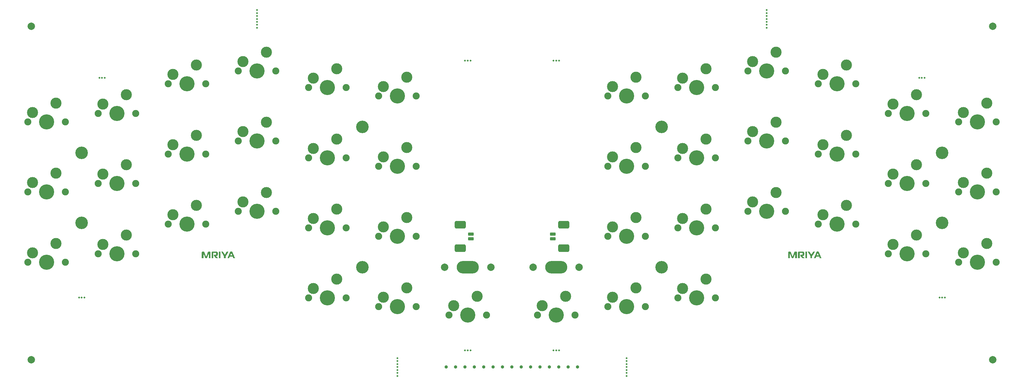
<source format=gbr>
%TF.GenerationSoftware,KiCad,Pcbnew,9.0.7*%
%TF.CreationDate,2026-02-08T19:38:27+03:00*%
%TF.ProjectId,mriya-pcb-1.1.3,6d726979-612d-4706-9362-2d312e312e33,1.1.3*%
%TF.SameCoordinates,Original*%
%TF.FileFunction,Soldermask,Top*%
%TF.FilePolarity,Negative*%
%FSLAX46Y46*%
G04 Gerber Fmt 4.6, Leading zero omitted, Abs format (unit mm)*
G04 Created by KiCad (PCBNEW 9.0.7) date 2026-02-08 19:38:27*
%MOMM*%
%LPD*%
G01*
G04 APERTURE LIST*
G04 Aperture macros list*
%AMRoundRect*
0 Rectangle with rounded corners*
0 $1 Rounding radius*
0 $2 $3 $4 $5 $6 $7 $8 $9 X,Y pos of 4 corners*
0 Add a 4 corners polygon primitive as box body*
4,1,4,$2,$3,$4,$5,$6,$7,$8,$9,$2,$3,0*
0 Add four circle primitives for the rounded corners*
1,1,$1+$1,$2,$3*
1,1,$1+$1,$4,$5*
1,1,$1+$1,$6,$7*
1,1,$1+$1,$8,$9*
0 Add four rect primitives between the rounded corners*
20,1,$1+$1,$2,$3,$4,$5,0*
20,1,$1+$1,$4,$5,$6,$7,0*
20,1,$1+$1,$6,$7,$8,$9,0*
20,1,$1+$1,$8,$9,$2,$3,0*%
G04 Aperture macros list end*
%ADD10C,0.000000*%
%ADD11C,0.500000*%
%ADD12C,3.400000*%
%ADD13C,1.900000*%
%ADD14C,3.000000*%
%ADD15C,4.100000*%
%ADD16C,2.000000*%
%ADD17RoundRect,0.420000X-1.080000X0.630000X-1.080000X-0.630000X1.080000X-0.630000X1.080000X0.630000X0*%
%ADD18RoundRect,0.200000X-0.600000X0.200000X-0.600000X-0.200000X0.600000X-0.200000X0.600000X0.200000X0*%
%ADD19O,6.000000X3.400000*%
%ADD20RoundRect,0.420000X1.080000X-0.630000X1.080000X0.630000X-1.080000X0.630000X-1.080000X-0.630000X0*%
%ADD21RoundRect,0.200000X0.600000X-0.200000X0.600000X0.200000X-0.600000X0.200000X-0.600000X-0.200000X0*%
%ADD22C,0.900000*%
G04 APERTURE END LIST*
D10*
%TO.C,MRIYA_Logo_F.Mask*%
G36*
X255899019Y-95300000D02*
G01*
X255899019Y-96194640D01*
X255669525Y-96194640D01*
X255440030Y-96194640D01*
X255440030Y-95300000D01*
X255440030Y-94405360D01*
X255669525Y-94405360D01*
X255899019Y-94405360D01*
X255899019Y-95300000D01*
G37*
G36*
X258023769Y-94453982D02*
G01*
X258015204Y-94467889D01*
X257999229Y-94494051D01*
X257976485Y-94531411D01*
X257947612Y-94578911D01*
X257913254Y-94635494D01*
X257874051Y-94700102D01*
X257830646Y-94771678D01*
X257783680Y-94849164D01*
X257733795Y-94931502D01*
X257681633Y-95017636D01*
X257638564Y-95088781D01*
X257283767Y-95674958D01*
X257283767Y-95934799D01*
X257283767Y-96194640D01*
X257054272Y-96194640D01*
X256824777Y-96194640D01*
X256824777Y-95934748D01*
X256824777Y-95674856D01*
X256443583Y-95043594D01*
X256388943Y-94953073D01*
X256336647Y-94866361D01*
X256287246Y-94784380D01*
X256241296Y-94708053D01*
X256199350Y-94638301D01*
X256161961Y-94576047D01*
X256129684Y-94522212D01*
X256103072Y-94477721D01*
X256082679Y-94443493D01*
X256069059Y-94420453D01*
X256062765Y-94409521D01*
X256062389Y-94408737D01*
X256069859Y-94407921D01*
X256091035Y-94407297D01*
X256124064Y-94406877D01*
X256167095Y-94406672D01*
X256218275Y-94406694D01*
X256275752Y-94406955D01*
X256308332Y-94407196D01*
X256554275Y-94409250D01*
X256803133Y-94831249D01*
X256846760Y-94905033D01*
X256888126Y-94974610D01*
X256926548Y-95038858D01*
X256961346Y-95096655D01*
X256991837Y-95146880D01*
X257017340Y-95188413D01*
X257037174Y-95220132D01*
X257050657Y-95240915D01*
X257057108Y-95249642D01*
X257057517Y-95249832D01*
X257062338Y-95242704D01*
X257074360Y-95223310D01*
X257092897Y-95192795D01*
X257117264Y-95152307D01*
X257146775Y-95102991D01*
X257180745Y-95045993D01*
X257218489Y-94982460D01*
X257259320Y-94913537D01*
X257302553Y-94840370D01*
X257311097Y-94825888D01*
X257559150Y-94405360D01*
X257806663Y-94405360D01*
X258054176Y-94405360D01*
X258023769Y-94453982D01*
G37*
G36*
X258829547Y-94384247D02*
G01*
X258894219Y-94391866D01*
X258951043Y-94405762D01*
X258951411Y-94405885D01*
X259007698Y-94432617D01*
X259057329Y-94472149D01*
X259097753Y-94522272D01*
X259109853Y-94543036D01*
X259114886Y-94554005D01*
X259125461Y-94578191D01*
X259141100Y-94614465D01*
X259161326Y-94661695D01*
X259185664Y-94718753D01*
X259213635Y-94784506D01*
X259244763Y-94857826D01*
X259278571Y-94937582D01*
X259314584Y-95022643D01*
X259352323Y-95111879D01*
X259391312Y-95204159D01*
X259431074Y-95298354D01*
X259471133Y-95393333D01*
X259511012Y-95487966D01*
X259550234Y-95581122D01*
X259588322Y-95671671D01*
X259624800Y-95758482D01*
X259659190Y-95840426D01*
X259691016Y-95916372D01*
X259719802Y-95985189D01*
X259745070Y-96045748D01*
X259766343Y-96096918D01*
X259783146Y-96137568D01*
X259795001Y-96166568D01*
X259800949Y-96181523D01*
X259801518Y-96185242D01*
X259799014Y-96188174D01*
X259791882Y-96190391D01*
X259778566Y-96191969D01*
X259757514Y-96192979D01*
X259727169Y-96193497D01*
X259685977Y-96193595D01*
X259632384Y-96193347D01*
X259564834Y-96192826D01*
X259562569Y-96192807D01*
X259319069Y-96190750D01*
X259238285Y-95986539D01*
X259157500Y-95782328D01*
X258781322Y-95782328D01*
X258405144Y-95782328D01*
X258324495Y-95986539D01*
X258243846Y-96190750D01*
X258004970Y-96192808D01*
X257932204Y-96193259D01*
X257874007Y-96193209D01*
X257829398Y-96192631D01*
X257797395Y-96191497D01*
X257777016Y-96189778D01*
X257767279Y-96187448D01*
X257766094Y-96186032D01*
X257769030Y-96177771D01*
X257777530Y-96156272D01*
X257791131Y-96122643D01*
X257809372Y-96077992D01*
X257831791Y-96023426D01*
X257857926Y-95960053D01*
X257887314Y-95888980D01*
X257919494Y-95811314D01*
X257954004Y-95728163D01*
X257990382Y-95640635D01*
X258028165Y-95549837D01*
X258066892Y-95456876D01*
X258078960Y-95427939D01*
X258520704Y-95427939D01*
X258528184Y-95428962D01*
X258549425Y-95429899D01*
X258582629Y-95430719D01*
X258626000Y-95431393D01*
X258677739Y-95431892D01*
X258736048Y-95432184D01*
X258781841Y-95432251D01*
X258852379Y-95432233D01*
X258908879Y-95432115D01*
X258952860Y-95431803D01*
X258985842Y-95431201D01*
X259009345Y-95430215D01*
X259024890Y-95428751D01*
X259033997Y-95426713D01*
X259038185Y-95424007D01*
X259038975Y-95420539D01*
X259037912Y-95416290D01*
X259033113Y-95403194D01*
X259023312Y-95378027D01*
X259009289Y-95342698D01*
X258991822Y-95299118D01*
X258971690Y-95249196D01*
X258949673Y-95194842D01*
X258926549Y-95137965D01*
X258903096Y-95080475D01*
X258880095Y-95024282D01*
X258858323Y-94971296D01*
X258838559Y-94923425D01*
X258821583Y-94882581D01*
X258808173Y-94850672D01*
X258799109Y-94829608D01*
X258795347Y-94821562D01*
X258786038Y-94806003D01*
X258771269Y-94821562D01*
X258766203Y-94830881D01*
X258756125Y-94852740D01*
X258741808Y-94885267D01*
X258724026Y-94926590D01*
X258703554Y-94974834D01*
X258681164Y-95028129D01*
X258657630Y-95084600D01*
X258633727Y-95142376D01*
X258610228Y-95199584D01*
X258587907Y-95254351D01*
X258567538Y-95304805D01*
X258549895Y-95349072D01*
X258535751Y-95385280D01*
X258525880Y-95411557D01*
X258521057Y-95426030D01*
X258520704Y-95427939D01*
X258078960Y-95427939D01*
X258106101Y-95362860D01*
X258145330Y-95268896D01*
X258184116Y-95176092D01*
X258221999Y-95085556D01*
X258258514Y-94998394D01*
X258293202Y-94915714D01*
X258325600Y-94838624D01*
X258355245Y-94768232D01*
X258381676Y-94705644D01*
X258404430Y-94651968D01*
X258423047Y-94608311D01*
X258437063Y-94575782D01*
X258446017Y-94555487D01*
X258448625Y-94549923D01*
X258472336Y-94511860D01*
X258503528Y-94474608D01*
X258538154Y-94442291D01*
X258572166Y-94419033D01*
X258581581Y-94414466D01*
X258633043Y-94398013D01*
X258694498Y-94387424D01*
X258761487Y-94382800D01*
X258829547Y-94384247D01*
G37*
G36*
X253997891Y-94406289D02*
G01*
X254083073Y-94406595D01*
X254181923Y-94407022D01*
X254254200Y-94407353D01*
X254365431Y-94407862D01*
X254462263Y-94408346D01*
X254545860Y-94408884D01*
X254617381Y-94409555D01*
X254677987Y-94410438D01*
X254728840Y-94411615D01*
X254771102Y-94413163D01*
X254805932Y-94415162D01*
X254834492Y-94417692D01*
X254857943Y-94420833D01*
X254877446Y-94424664D01*
X254894163Y-94429264D01*
X254909254Y-94434713D01*
X254923880Y-94441090D01*
X254939203Y-94448476D01*
X254952794Y-94455188D01*
X255004295Y-94485892D01*
X255046560Y-94524065D01*
X255080898Y-94568669D01*
X255113993Y-94630019D01*
X255140292Y-94704182D01*
X255159498Y-94789837D01*
X255171319Y-94885661D01*
X255175458Y-94990334D01*
X255175460Y-94992711D01*
X255171278Y-95111595D01*
X255158688Y-95217746D01*
X255137716Y-95311074D01*
X255108388Y-95391489D01*
X255070727Y-95458899D01*
X255032948Y-95505126D01*
X254987520Y-95544669D01*
X254937180Y-95574264D01*
X254879714Y-95594678D01*
X254812904Y-95606675D01*
X254734537Y-95611021D01*
X254726263Y-95611064D01*
X254691456Y-95611591D01*
X254663211Y-95612933D01*
X254644633Y-95614882D01*
X254638744Y-95616975D01*
X254644086Y-95623433D01*
X254659428Y-95639823D01*
X254683745Y-95665100D01*
X254716013Y-95698218D01*
X254755206Y-95738130D01*
X254800301Y-95783791D01*
X254850271Y-95834155D01*
X254904091Y-95888176D01*
X254924600Y-95908705D01*
X255210457Y-96194640D01*
X254925541Y-96194640D01*
X254640626Y-96194640D01*
X254439363Y-95963381D01*
X254392226Y-95909319D01*
X254345892Y-95856366D01*
X254301909Y-95806278D01*
X254261825Y-95760811D01*
X254227190Y-95721722D01*
X254199552Y-95690767D01*
X254180461Y-95669703D01*
X254179589Y-95668758D01*
X254152576Y-95637895D01*
X254127092Y-95605962D01*
X254106711Y-95577572D01*
X254098085Y-95563555D01*
X254086386Y-95540398D01*
X254079441Y-95519855D01*
X254076036Y-95496274D01*
X254074957Y-95463998D01*
X254074912Y-95455590D01*
X254076984Y-95407355D01*
X254084568Y-95371037D01*
X254099265Y-95343495D01*
X254122675Y-95321586D01*
X254151943Y-95304377D01*
X254166937Y-95297007D01*
X254180427Y-95291356D01*
X254194795Y-95287120D01*
X254212423Y-95283999D01*
X254235692Y-95281691D01*
X254266985Y-95279893D01*
X254308683Y-95278304D01*
X254363169Y-95276621D01*
X254373299Y-95276321D01*
X254440493Y-95274005D01*
X254494156Y-95271212D01*
X254536317Y-95267552D01*
X254569003Y-95262636D01*
X254594243Y-95256075D01*
X254614064Y-95247480D01*
X254630495Y-95236461D01*
X254643821Y-95224389D01*
X254665435Y-95196205D01*
X254680989Y-95159971D01*
X254690989Y-95113723D01*
X254695945Y-95055497D01*
X254696696Y-95019939D01*
X254695383Y-94959260D01*
X254690429Y-94911274D01*
X254681210Y-94873409D01*
X254667099Y-94843095D01*
X254647536Y-94817828D01*
X254635188Y-94805474D01*
X254622831Y-94795305D01*
X254608876Y-94787108D01*
X254591735Y-94780673D01*
X254569820Y-94775786D01*
X254541545Y-94772236D01*
X254505320Y-94769810D01*
X254459559Y-94768296D01*
X254402672Y-94767483D01*
X254333073Y-94767157D01*
X254267848Y-94767106D01*
X254194185Y-94767134D01*
X254134466Y-94767276D01*
X254087080Y-94767618D01*
X254050411Y-94768247D01*
X254022847Y-94769250D01*
X254002774Y-94770713D01*
X253988578Y-94772723D01*
X253978645Y-94775367D01*
X253971362Y-94778730D01*
X253965116Y-94782901D01*
X253964449Y-94783393D01*
X253946297Y-94802556D01*
X253933278Y-94825945D01*
X253933195Y-94826180D01*
X253931436Y-94835489D01*
X253929882Y-94853240D01*
X253928523Y-94880139D01*
X253927348Y-94916889D01*
X253926349Y-94964194D01*
X253925515Y-95022758D01*
X253924836Y-95093284D01*
X253924303Y-95176477D01*
X253923906Y-95273041D01*
X253923636Y-95383679D01*
X253923481Y-95509095D01*
X253923471Y-95523660D01*
X253923032Y-96194640D01*
X253693361Y-96194640D01*
X253463691Y-96194640D01*
X253465811Y-95391409D01*
X253466136Y-95258149D01*
X253466410Y-95139535D01*
X253466704Y-95034653D01*
X253467084Y-94942589D01*
X253467620Y-94862431D01*
X253468380Y-94793265D01*
X253469432Y-94734178D01*
X253470845Y-94684257D01*
X253472687Y-94642588D01*
X253475026Y-94608257D01*
X253477932Y-94580353D01*
X253481471Y-94557961D01*
X253485714Y-94540169D01*
X253490727Y-94526062D01*
X253496580Y-94514728D01*
X253503341Y-94505253D01*
X253511078Y-94496725D01*
X253519859Y-94488230D01*
X253529754Y-94478854D01*
X253534505Y-94474187D01*
X253561086Y-94450631D01*
X253588269Y-94434534D01*
X253623349Y-94421622D01*
X253625154Y-94421071D01*
X253635606Y-94417988D01*
X253645990Y-94415325D01*
X253657449Y-94413056D01*
X253671130Y-94411158D01*
X253688175Y-94409604D01*
X253709732Y-94408371D01*
X253736943Y-94407432D01*
X253770954Y-94406763D01*
X253812909Y-94406339D01*
X253863954Y-94406136D01*
X253925233Y-94406127D01*
X253997891Y-94406289D01*
G37*
G36*
X251212816Y-94392036D02*
G01*
X251266219Y-94398003D01*
X251285064Y-94401780D01*
X251352590Y-94425097D01*
X251414782Y-94460990D01*
X251469071Y-94507402D01*
X251512888Y-94562277D01*
X251534531Y-94601499D01*
X251540893Y-94616808D01*
X251552073Y-94645456D01*
X251567593Y-94686154D01*
X251586970Y-94737612D01*
X251609726Y-94798542D01*
X251635380Y-94867653D01*
X251663451Y-94943657D01*
X251693460Y-95025264D01*
X251724926Y-95111185D01*
X251751859Y-95184996D01*
X251783775Y-95272463D01*
X251814327Y-95355900D01*
X251843071Y-95434115D01*
X251869566Y-95505919D01*
X251893368Y-95570120D01*
X251914036Y-95625529D01*
X251931126Y-95670955D01*
X251944197Y-95705208D01*
X251952806Y-95727096D01*
X251956375Y-95735244D01*
X251972553Y-95752422D01*
X251989713Y-95754274D01*
X252002943Y-95745445D01*
X252007824Y-95736009D01*
X252017546Y-95713101D01*
X252031667Y-95677885D01*
X252049745Y-95631522D01*
X252071337Y-95575175D01*
X252096001Y-95510008D01*
X252123295Y-95437183D01*
X252152776Y-95357862D01*
X252184002Y-95273208D01*
X252216531Y-95184385D01*
X252219705Y-95175683D01*
X252252573Y-95085795D01*
X252284330Y-94999417D01*
X252314514Y-94917778D01*
X252342662Y-94842108D01*
X252368312Y-94773635D01*
X252391001Y-94713588D01*
X252410268Y-94663196D01*
X252425650Y-94623689D01*
X252436684Y-94596294D01*
X252442909Y-94582241D01*
X252443080Y-94581920D01*
X252483770Y-94520797D01*
X252532947Y-94471911D01*
X252591273Y-94434884D01*
X252659412Y-94409338D01*
X252738025Y-94394896D01*
X252775961Y-94391969D01*
X252863135Y-94392785D01*
X252941803Y-94403945D01*
X253010479Y-94425187D01*
X253038516Y-94438383D01*
X253077570Y-94462981D01*
X253107490Y-94491852D01*
X253132414Y-94529483D01*
X253144382Y-94553170D01*
X253164532Y-94595957D01*
X253164532Y-95397244D01*
X253164532Y-96198530D01*
X252939438Y-96200596D01*
X252881667Y-96200904D01*
X252828927Y-96200760D01*
X252783233Y-96200203D01*
X252746595Y-96199272D01*
X252721028Y-96198007D01*
X252708542Y-96196447D01*
X252707732Y-96196051D01*
X252706811Y-96187422D01*
X252706138Y-96164412D01*
X252705709Y-96128198D01*
X252705521Y-96079956D01*
X252705570Y-96020863D01*
X252705852Y-95952094D01*
X252706363Y-95874828D01*
X252707100Y-95790239D01*
X252708059Y-95699504D01*
X252709235Y-95603800D01*
X252709791Y-95562557D01*
X252711380Y-95445948D01*
X252712696Y-95343925D01*
X252713715Y-95255518D01*
X252714414Y-95179755D01*
X252714769Y-95115666D01*
X252714756Y-95062280D01*
X252714352Y-95018625D01*
X252713534Y-94983733D01*
X252712277Y-94956630D01*
X252710558Y-94936347D01*
X252708354Y-94921914D01*
X252705641Y-94912358D01*
X252702396Y-94906709D01*
X252698594Y-94903997D01*
X252694212Y-94903251D01*
X252693780Y-94903247D01*
X252684650Y-94909106D01*
X252674070Y-94922146D01*
X252669463Y-94932438D01*
X252660083Y-94956180D01*
X252646376Y-94992166D01*
X252628787Y-95039188D01*
X252607760Y-95096038D01*
X252583741Y-95161508D01*
X252557175Y-95234392D01*
X252528506Y-95313482D01*
X252498179Y-95397569D01*
X252471262Y-95472544D01*
X252439517Y-95560944D01*
X252408787Y-95646128D01*
X252379550Y-95726794D01*
X252352283Y-95801640D01*
X252327467Y-95869365D01*
X252305577Y-95928667D01*
X252287094Y-95978244D01*
X252272494Y-96016796D01*
X252262256Y-96043020D01*
X252257566Y-96054168D01*
X252226052Y-96111314D01*
X252190638Y-96154535D01*
X252150078Y-96185239D01*
X252134298Y-96193352D01*
X252112539Y-96202415D01*
X252091466Y-96208442D01*
X252066756Y-96212144D01*
X252034082Y-96214231D01*
X252001500Y-96215170D01*
X251964328Y-96215602D01*
X251931760Y-96215320D01*
X251907616Y-96214397D01*
X251896477Y-96213140D01*
X251838476Y-96193555D01*
X251791902Y-96165974D01*
X251753809Y-96128036D01*
X251721255Y-96077381D01*
X251717031Y-96069257D01*
X251710999Y-96055212D01*
X251700239Y-96027748D01*
X251685212Y-95988116D01*
X251666374Y-95937565D01*
X251644185Y-95877347D01*
X251619104Y-95808712D01*
X251591590Y-95732910D01*
X251562100Y-95651192D01*
X251531094Y-95564807D01*
X251499468Y-95476233D01*
X251467705Y-95387358D01*
X251437194Y-95302585D01*
X251408368Y-95223083D01*
X251381662Y-95150020D01*
X251357508Y-95084566D01*
X251336342Y-95027889D01*
X251318596Y-94981158D01*
X251304704Y-94945542D01*
X251295101Y-94922210D01*
X251290220Y-94912330D01*
X251290120Y-94912221D01*
X251279383Y-94903804D01*
X251271338Y-94907548D01*
X251265864Y-94914458D01*
X251263816Y-94919039D01*
X251262027Y-94927536D01*
X251260479Y-94940911D01*
X251259157Y-94960127D01*
X251258044Y-94986148D01*
X251257123Y-95019936D01*
X251256377Y-95062455D01*
X251255791Y-95114667D01*
X251255348Y-95177536D01*
X251255031Y-95252025D01*
X251254823Y-95339096D01*
X251254709Y-95439713D01*
X251254671Y-95554839D01*
X251254670Y-95565989D01*
X251254670Y-96202420D01*
X251028924Y-96202420D01*
X250803179Y-96202420D01*
X250805264Y-95395299D01*
X250807350Y-94588178D01*
X250825238Y-94549280D01*
X250855015Y-94500954D01*
X250896112Y-94461579D01*
X250949248Y-94430664D01*
X251015141Y-94407719D01*
X251042555Y-94401225D01*
X251094625Y-94393633D01*
X251153499Y-94390575D01*
X251212816Y-94392036D01*
G37*
G36*
X97099019Y-95300000D02*
G01*
X97099019Y-96194640D01*
X96869525Y-96194640D01*
X96640030Y-96194640D01*
X96640030Y-95300000D01*
X96640030Y-94405360D01*
X96869525Y-94405360D01*
X97099019Y-94405360D01*
X97099019Y-95300000D01*
G37*
G36*
X99223769Y-94453982D02*
G01*
X99215204Y-94467889D01*
X99199229Y-94494051D01*
X99176485Y-94531411D01*
X99147612Y-94578911D01*
X99113254Y-94635494D01*
X99074051Y-94700102D01*
X99030646Y-94771678D01*
X98983680Y-94849164D01*
X98933795Y-94931502D01*
X98881633Y-95017636D01*
X98838564Y-95088781D01*
X98483767Y-95674958D01*
X98483767Y-95934799D01*
X98483767Y-96194640D01*
X98254272Y-96194640D01*
X98024777Y-96194640D01*
X98024777Y-95934748D01*
X98024777Y-95674856D01*
X97643583Y-95043594D01*
X97588943Y-94953073D01*
X97536647Y-94866361D01*
X97487246Y-94784380D01*
X97441296Y-94708053D01*
X97399350Y-94638301D01*
X97361961Y-94576047D01*
X97329684Y-94522212D01*
X97303072Y-94477721D01*
X97282679Y-94443493D01*
X97269059Y-94420453D01*
X97262765Y-94409521D01*
X97262389Y-94408737D01*
X97269859Y-94407921D01*
X97291035Y-94407297D01*
X97324064Y-94406877D01*
X97367095Y-94406672D01*
X97418275Y-94406694D01*
X97475752Y-94406955D01*
X97508332Y-94407196D01*
X97754275Y-94409250D01*
X98003133Y-94831249D01*
X98046760Y-94905033D01*
X98088126Y-94974610D01*
X98126548Y-95038858D01*
X98161346Y-95096655D01*
X98191837Y-95146880D01*
X98217340Y-95188413D01*
X98237174Y-95220132D01*
X98250657Y-95240915D01*
X98257108Y-95249642D01*
X98257517Y-95249832D01*
X98262338Y-95242704D01*
X98274360Y-95223310D01*
X98292897Y-95192795D01*
X98317264Y-95152307D01*
X98346775Y-95102991D01*
X98380745Y-95045993D01*
X98418489Y-94982460D01*
X98459320Y-94913537D01*
X98502553Y-94840370D01*
X98511097Y-94825888D01*
X98759150Y-94405360D01*
X99006663Y-94405360D01*
X99254176Y-94405360D01*
X99223769Y-94453982D01*
G37*
G36*
X100029547Y-94384247D02*
G01*
X100094219Y-94391866D01*
X100151043Y-94405762D01*
X100151411Y-94405885D01*
X100207698Y-94432617D01*
X100257329Y-94472149D01*
X100297753Y-94522272D01*
X100309853Y-94543036D01*
X100314886Y-94554005D01*
X100325461Y-94578191D01*
X100341100Y-94614465D01*
X100361326Y-94661695D01*
X100385664Y-94718753D01*
X100413635Y-94784506D01*
X100444763Y-94857826D01*
X100478571Y-94937582D01*
X100514584Y-95022643D01*
X100552323Y-95111879D01*
X100591312Y-95204159D01*
X100631074Y-95298354D01*
X100671133Y-95393333D01*
X100711012Y-95487966D01*
X100750234Y-95581122D01*
X100788322Y-95671671D01*
X100824800Y-95758482D01*
X100859190Y-95840426D01*
X100891016Y-95916372D01*
X100919802Y-95985189D01*
X100945070Y-96045748D01*
X100966343Y-96096918D01*
X100983146Y-96137568D01*
X100995001Y-96166568D01*
X101000949Y-96181523D01*
X101001518Y-96185242D01*
X100999014Y-96188174D01*
X100991882Y-96190391D01*
X100978566Y-96191969D01*
X100957514Y-96192979D01*
X100927169Y-96193497D01*
X100885977Y-96193595D01*
X100832384Y-96193347D01*
X100764834Y-96192826D01*
X100762569Y-96192807D01*
X100519069Y-96190750D01*
X100438285Y-95986539D01*
X100357500Y-95782328D01*
X99981322Y-95782328D01*
X99605144Y-95782328D01*
X99524495Y-95986539D01*
X99443846Y-96190750D01*
X99204970Y-96192808D01*
X99132204Y-96193259D01*
X99074007Y-96193209D01*
X99029398Y-96192631D01*
X98997395Y-96191497D01*
X98977016Y-96189778D01*
X98967279Y-96187448D01*
X98966094Y-96186032D01*
X98969030Y-96177771D01*
X98977530Y-96156272D01*
X98991131Y-96122643D01*
X99009372Y-96077992D01*
X99031791Y-96023426D01*
X99057926Y-95960053D01*
X99087314Y-95888980D01*
X99119494Y-95811314D01*
X99154004Y-95728163D01*
X99190382Y-95640635D01*
X99228165Y-95549837D01*
X99266892Y-95456876D01*
X99278960Y-95427939D01*
X99720704Y-95427939D01*
X99728184Y-95428962D01*
X99749425Y-95429899D01*
X99782629Y-95430719D01*
X99826000Y-95431393D01*
X99877739Y-95431892D01*
X99936048Y-95432184D01*
X99981841Y-95432251D01*
X100052379Y-95432233D01*
X100108879Y-95432115D01*
X100152860Y-95431803D01*
X100185842Y-95431201D01*
X100209345Y-95430215D01*
X100224890Y-95428751D01*
X100233997Y-95426713D01*
X100238185Y-95424007D01*
X100238975Y-95420539D01*
X100237912Y-95416290D01*
X100233113Y-95403194D01*
X100223312Y-95378027D01*
X100209289Y-95342698D01*
X100191822Y-95299118D01*
X100171690Y-95249196D01*
X100149673Y-95194842D01*
X100126549Y-95137965D01*
X100103096Y-95080475D01*
X100080095Y-95024282D01*
X100058323Y-94971296D01*
X100038559Y-94923425D01*
X100021583Y-94882581D01*
X100008173Y-94850672D01*
X99999109Y-94829608D01*
X99995347Y-94821562D01*
X99986038Y-94806003D01*
X99971269Y-94821562D01*
X99966203Y-94830881D01*
X99956125Y-94852740D01*
X99941808Y-94885267D01*
X99924026Y-94926590D01*
X99903554Y-94974834D01*
X99881164Y-95028129D01*
X99857630Y-95084600D01*
X99833727Y-95142376D01*
X99810228Y-95199584D01*
X99787907Y-95254351D01*
X99767538Y-95304805D01*
X99749895Y-95349072D01*
X99735751Y-95385280D01*
X99725880Y-95411557D01*
X99721057Y-95426030D01*
X99720704Y-95427939D01*
X99278960Y-95427939D01*
X99306101Y-95362860D01*
X99345330Y-95268896D01*
X99384116Y-95176092D01*
X99421999Y-95085556D01*
X99458514Y-94998394D01*
X99493202Y-94915714D01*
X99525600Y-94838624D01*
X99555245Y-94768232D01*
X99581676Y-94705644D01*
X99604430Y-94651968D01*
X99623047Y-94608311D01*
X99637063Y-94575782D01*
X99646017Y-94555487D01*
X99648625Y-94549923D01*
X99672336Y-94511860D01*
X99703528Y-94474608D01*
X99738154Y-94442291D01*
X99772166Y-94419033D01*
X99781581Y-94414466D01*
X99833043Y-94398013D01*
X99894498Y-94387424D01*
X99961487Y-94382800D01*
X100029547Y-94384247D01*
G37*
G36*
X95197891Y-94406289D02*
G01*
X95283073Y-94406595D01*
X95381923Y-94407022D01*
X95454200Y-94407353D01*
X95565431Y-94407862D01*
X95662263Y-94408346D01*
X95745860Y-94408884D01*
X95817381Y-94409555D01*
X95877987Y-94410438D01*
X95928840Y-94411615D01*
X95971102Y-94413163D01*
X96005932Y-94415162D01*
X96034492Y-94417692D01*
X96057943Y-94420833D01*
X96077446Y-94424664D01*
X96094163Y-94429264D01*
X96109254Y-94434713D01*
X96123880Y-94441090D01*
X96139203Y-94448476D01*
X96152794Y-94455188D01*
X96204295Y-94485892D01*
X96246560Y-94524065D01*
X96280898Y-94568669D01*
X96313993Y-94630019D01*
X96340292Y-94704182D01*
X96359498Y-94789837D01*
X96371319Y-94885661D01*
X96375458Y-94990334D01*
X96375460Y-94992711D01*
X96371278Y-95111595D01*
X96358688Y-95217746D01*
X96337716Y-95311074D01*
X96308388Y-95391489D01*
X96270727Y-95458899D01*
X96232948Y-95505126D01*
X96187520Y-95544669D01*
X96137180Y-95574264D01*
X96079714Y-95594678D01*
X96012904Y-95606675D01*
X95934537Y-95611021D01*
X95926263Y-95611064D01*
X95891456Y-95611591D01*
X95863211Y-95612933D01*
X95844633Y-95614882D01*
X95838744Y-95616975D01*
X95844086Y-95623433D01*
X95859428Y-95639823D01*
X95883745Y-95665100D01*
X95916013Y-95698218D01*
X95955206Y-95738130D01*
X96000301Y-95783791D01*
X96050271Y-95834155D01*
X96104091Y-95888176D01*
X96124600Y-95908705D01*
X96410457Y-96194640D01*
X96125541Y-96194640D01*
X95840626Y-96194640D01*
X95639363Y-95963381D01*
X95592226Y-95909319D01*
X95545892Y-95856366D01*
X95501909Y-95806278D01*
X95461825Y-95760811D01*
X95427190Y-95721722D01*
X95399552Y-95690767D01*
X95380461Y-95669703D01*
X95379589Y-95668758D01*
X95352576Y-95637895D01*
X95327092Y-95605962D01*
X95306711Y-95577572D01*
X95298085Y-95563555D01*
X95286386Y-95540398D01*
X95279441Y-95519855D01*
X95276036Y-95496274D01*
X95274957Y-95463998D01*
X95274912Y-95455590D01*
X95276984Y-95407355D01*
X95284568Y-95371037D01*
X95299265Y-95343495D01*
X95322675Y-95321586D01*
X95351943Y-95304377D01*
X95366937Y-95297007D01*
X95380427Y-95291356D01*
X95394795Y-95287120D01*
X95412423Y-95283999D01*
X95435692Y-95281691D01*
X95466985Y-95279893D01*
X95508683Y-95278304D01*
X95563169Y-95276621D01*
X95573299Y-95276321D01*
X95640493Y-95274005D01*
X95694156Y-95271212D01*
X95736317Y-95267552D01*
X95769003Y-95262636D01*
X95794243Y-95256075D01*
X95814064Y-95247480D01*
X95830495Y-95236461D01*
X95843821Y-95224389D01*
X95865435Y-95196205D01*
X95880989Y-95159971D01*
X95890989Y-95113723D01*
X95895945Y-95055497D01*
X95896696Y-95019939D01*
X95895383Y-94959260D01*
X95890429Y-94911274D01*
X95881210Y-94873409D01*
X95867099Y-94843095D01*
X95847536Y-94817828D01*
X95835188Y-94805474D01*
X95822831Y-94795305D01*
X95808876Y-94787108D01*
X95791735Y-94780673D01*
X95769820Y-94775786D01*
X95741545Y-94772236D01*
X95705320Y-94769810D01*
X95659559Y-94768296D01*
X95602672Y-94767483D01*
X95533073Y-94767157D01*
X95467848Y-94767106D01*
X95394185Y-94767134D01*
X95334466Y-94767276D01*
X95287080Y-94767618D01*
X95250411Y-94768247D01*
X95222847Y-94769250D01*
X95202774Y-94770713D01*
X95188578Y-94772723D01*
X95178645Y-94775367D01*
X95171362Y-94778730D01*
X95165116Y-94782901D01*
X95164449Y-94783393D01*
X95146297Y-94802556D01*
X95133278Y-94825945D01*
X95133195Y-94826180D01*
X95131436Y-94835489D01*
X95129882Y-94853240D01*
X95128523Y-94880139D01*
X95127348Y-94916889D01*
X95126349Y-94964194D01*
X95125515Y-95022758D01*
X95124836Y-95093284D01*
X95124303Y-95176477D01*
X95123906Y-95273041D01*
X95123636Y-95383679D01*
X95123481Y-95509095D01*
X95123471Y-95523660D01*
X95123032Y-96194640D01*
X94893361Y-96194640D01*
X94663691Y-96194640D01*
X94665811Y-95391409D01*
X94666136Y-95258149D01*
X94666410Y-95139535D01*
X94666704Y-95034653D01*
X94667084Y-94942589D01*
X94667620Y-94862431D01*
X94668380Y-94793265D01*
X94669432Y-94734178D01*
X94670845Y-94684257D01*
X94672687Y-94642588D01*
X94675026Y-94608257D01*
X94677932Y-94580353D01*
X94681471Y-94557961D01*
X94685714Y-94540169D01*
X94690727Y-94526062D01*
X94696580Y-94514728D01*
X94703341Y-94505253D01*
X94711078Y-94496725D01*
X94719859Y-94488230D01*
X94729754Y-94478854D01*
X94734505Y-94474187D01*
X94761086Y-94450631D01*
X94788269Y-94434534D01*
X94823349Y-94421622D01*
X94825154Y-94421071D01*
X94835606Y-94417988D01*
X94845990Y-94415325D01*
X94857449Y-94413056D01*
X94871130Y-94411158D01*
X94888175Y-94409604D01*
X94909732Y-94408371D01*
X94936943Y-94407432D01*
X94970954Y-94406763D01*
X95012909Y-94406339D01*
X95063954Y-94406136D01*
X95125233Y-94406127D01*
X95197891Y-94406289D01*
G37*
G36*
X92412816Y-94392036D02*
G01*
X92466219Y-94398003D01*
X92485064Y-94401780D01*
X92552590Y-94425097D01*
X92614782Y-94460990D01*
X92669071Y-94507402D01*
X92712888Y-94562277D01*
X92734531Y-94601499D01*
X92740893Y-94616808D01*
X92752073Y-94645456D01*
X92767593Y-94686154D01*
X92786970Y-94737612D01*
X92809726Y-94798542D01*
X92835380Y-94867653D01*
X92863451Y-94943657D01*
X92893460Y-95025264D01*
X92924926Y-95111185D01*
X92951859Y-95184996D01*
X92983775Y-95272463D01*
X93014327Y-95355900D01*
X93043071Y-95434115D01*
X93069566Y-95505919D01*
X93093368Y-95570120D01*
X93114036Y-95625529D01*
X93131126Y-95670955D01*
X93144197Y-95705208D01*
X93152806Y-95727096D01*
X93156375Y-95735244D01*
X93172553Y-95752422D01*
X93189713Y-95754274D01*
X93202943Y-95745445D01*
X93207824Y-95736009D01*
X93217546Y-95713101D01*
X93231667Y-95677885D01*
X93249745Y-95631522D01*
X93271337Y-95575175D01*
X93296001Y-95510008D01*
X93323295Y-95437183D01*
X93352776Y-95357862D01*
X93384002Y-95273208D01*
X93416531Y-95184385D01*
X93419705Y-95175683D01*
X93452573Y-95085795D01*
X93484330Y-94999417D01*
X93514514Y-94917778D01*
X93542662Y-94842108D01*
X93568312Y-94773635D01*
X93591001Y-94713588D01*
X93610268Y-94663196D01*
X93625650Y-94623689D01*
X93636684Y-94596294D01*
X93642909Y-94582241D01*
X93643080Y-94581920D01*
X93683770Y-94520797D01*
X93732947Y-94471911D01*
X93791273Y-94434884D01*
X93859412Y-94409338D01*
X93938025Y-94394896D01*
X93975961Y-94391969D01*
X94063135Y-94392785D01*
X94141803Y-94403945D01*
X94210479Y-94425187D01*
X94238516Y-94438383D01*
X94277570Y-94462981D01*
X94307490Y-94491852D01*
X94332414Y-94529483D01*
X94344382Y-94553170D01*
X94364532Y-94595957D01*
X94364532Y-95397244D01*
X94364532Y-96198530D01*
X94139438Y-96200596D01*
X94081667Y-96200904D01*
X94028927Y-96200760D01*
X93983233Y-96200203D01*
X93946595Y-96199272D01*
X93921028Y-96198007D01*
X93908542Y-96196447D01*
X93907732Y-96196051D01*
X93906811Y-96187422D01*
X93906138Y-96164412D01*
X93905709Y-96128198D01*
X93905521Y-96079956D01*
X93905570Y-96020863D01*
X93905852Y-95952094D01*
X93906363Y-95874828D01*
X93907100Y-95790239D01*
X93908059Y-95699504D01*
X93909235Y-95603800D01*
X93909791Y-95562557D01*
X93911380Y-95445948D01*
X93912696Y-95343925D01*
X93913715Y-95255518D01*
X93914414Y-95179755D01*
X93914769Y-95115666D01*
X93914756Y-95062280D01*
X93914352Y-95018625D01*
X93913534Y-94983733D01*
X93912277Y-94956630D01*
X93910558Y-94936347D01*
X93908354Y-94921914D01*
X93905641Y-94912358D01*
X93902396Y-94906709D01*
X93898594Y-94903997D01*
X93894212Y-94903251D01*
X93893780Y-94903247D01*
X93884650Y-94909106D01*
X93874070Y-94922146D01*
X93869463Y-94932438D01*
X93860083Y-94956180D01*
X93846376Y-94992166D01*
X93828787Y-95039188D01*
X93807760Y-95096038D01*
X93783741Y-95161508D01*
X93757175Y-95234392D01*
X93728506Y-95313482D01*
X93698179Y-95397569D01*
X93671262Y-95472544D01*
X93639517Y-95560944D01*
X93608787Y-95646128D01*
X93579550Y-95726794D01*
X93552283Y-95801640D01*
X93527467Y-95869365D01*
X93505577Y-95928667D01*
X93487094Y-95978244D01*
X93472494Y-96016796D01*
X93462256Y-96043020D01*
X93457566Y-96054168D01*
X93426052Y-96111314D01*
X93390638Y-96154535D01*
X93350078Y-96185239D01*
X93334298Y-96193352D01*
X93312539Y-96202415D01*
X93291466Y-96208442D01*
X93266756Y-96212144D01*
X93234082Y-96214231D01*
X93201500Y-96215170D01*
X93164328Y-96215602D01*
X93131760Y-96215320D01*
X93107616Y-96214397D01*
X93096477Y-96213140D01*
X93038476Y-96193555D01*
X92991902Y-96165974D01*
X92953809Y-96128036D01*
X92921255Y-96077381D01*
X92917031Y-96069257D01*
X92910999Y-96055212D01*
X92900239Y-96027748D01*
X92885212Y-95988116D01*
X92866374Y-95937565D01*
X92844185Y-95877347D01*
X92819104Y-95808712D01*
X92791590Y-95732910D01*
X92762100Y-95651192D01*
X92731094Y-95564807D01*
X92699468Y-95476233D01*
X92667705Y-95387358D01*
X92637194Y-95302585D01*
X92608368Y-95223083D01*
X92581662Y-95150020D01*
X92557508Y-95084566D01*
X92536342Y-95027889D01*
X92518596Y-94981158D01*
X92504704Y-94945542D01*
X92495101Y-94922210D01*
X92490220Y-94912330D01*
X92490120Y-94912221D01*
X92479383Y-94903804D01*
X92471338Y-94907548D01*
X92465864Y-94914458D01*
X92463816Y-94919039D01*
X92462027Y-94927536D01*
X92460479Y-94940911D01*
X92459157Y-94960127D01*
X92458044Y-94986148D01*
X92457123Y-95019936D01*
X92456377Y-95062455D01*
X92455791Y-95114667D01*
X92455348Y-95177536D01*
X92455031Y-95252025D01*
X92454823Y-95339096D01*
X92454709Y-95439713D01*
X92454671Y-95554839D01*
X92454670Y-95565989D01*
X92454670Y-96202420D01*
X92228924Y-96202420D01*
X92003179Y-96202420D01*
X92005264Y-95395299D01*
X92007350Y-94588178D01*
X92025238Y-94549280D01*
X92055015Y-94500954D01*
X92096112Y-94461579D01*
X92149248Y-94430664D01*
X92215141Y-94407719D01*
X92242555Y-94401225D01*
X92294625Y-94393633D01*
X92353499Y-94390575D01*
X92412816Y-94392036D01*
G37*
%TD*%
D11*
%TO.C,MB4*%
X207000000Y-128100000D03*
X207000000Y-127300000D03*
X207000000Y-126500000D03*
X207000000Y-125700000D03*
X207000000Y-124900000D03*
X207000000Y-124100000D03*
X207000000Y-123300000D03*
%TD*%
%TO.C,MB-2mm-7*%
X164750000Y-121200000D03*
X164000000Y-121200000D03*
X163250000Y-121200000D03*
%TD*%
D12*
%TO.C,H7*%
X59500000Y-86650000D03*
%TD*%
D13*
%TO.C,SW25*%
X239920000Y-45500000D03*
D14*
X241190000Y-42960000D03*
D15*
X245000000Y-45500000D03*
D14*
X247540000Y-40420000D03*
D13*
X250080000Y-45500000D03*
%TD*%
%TO.C,SW18*%
X139920000Y-90300000D03*
D14*
X141190000Y-87760000D03*
D15*
X145000000Y-90300000D03*
D14*
X147540000Y-85220000D03*
D13*
X150080000Y-90300000D03*
%TD*%
%TO.C,SW20*%
X139920000Y-109300000D03*
D14*
X141190000Y-106760000D03*
D15*
X145000000Y-109300000D03*
D14*
X147540000Y-104220000D03*
D13*
X150080000Y-109300000D03*
%TD*%
%TO.C,SW5*%
X120920000Y-50000000D03*
D14*
X122190000Y-47460000D03*
D15*
X126000000Y-50000000D03*
D14*
X128540000Y-44920000D03*
D13*
X131080000Y-50000000D03*
%TD*%
%TO.C,SW12*%
X139920000Y-71300000D03*
D14*
X141190000Y-68760000D03*
D15*
X145000000Y-71300000D03*
D14*
X147540000Y-66220000D03*
D13*
X150080000Y-71300000D03*
%TD*%
D12*
%TO.C,H8*%
X292500000Y-86650000D03*
%TD*%
D13*
%TO.C,SW28*%
X296920000Y-78300000D03*
D14*
X298190000Y-75760000D03*
D15*
X302000000Y-78300000D03*
D14*
X304540000Y-73220000D03*
D13*
X307080000Y-78300000D03*
%TD*%
%TO.C,SW7*%
X44920000Y-78300000D03*
D14*
X46190000Y-75760000D03*
D15*
X50000000Y-78300000D03*
D14*
X52540000Y-73220000D03*
D13*
X55080000Y-78300000D03*
%TD*%
D11*
%TO.C,MB3*%
X145000000Y-128100000D03*
X145000000Y-127300000D03*
X145000000Y-126500000D03*
X145000000Y-125700000D03*
X145000000Y-124900000D03*
X145000000Y-124100000D03*
X145000000Y-123300000D03*
%TD*%
D16*
%TO.C,H12*%
X306200000Y-123700000D03*
%TD*%
%TO.C,H1*%
X45800000Y-33400000D03*
%TD*%
%TO.C,MH4*%
X194200000Y-98700000D03*
%TD*%
D13*
%TO.C,SW36*%
X258920000Y-87000000D03*
D14*
X260190000Y-84460000D03*
D15*
X264000000Y-87000000D03*
D14*
X266540000Y-81920000D03*
D13*
X269080000Y-87000000D03*
%TD*%
%TO.C,SW29*%
X277920000Y-76000000D03*
D14*
X279190000Y-73460000D03*
D15*
X283000000Y-76000000D03*
D14*
X285540000Y-70920000D03*
D13*
X288080000Y-76000000D03*
%TD*%
%TO.C,SW9*%
X82920000Y-68000000D03*
D14*
X84190000Y-65460000D03*
D15*
X88000000Y-68000000D03*
D14*
X90540000Y-62920000D03*
D13*
X93080000Y-68000000D03*
%TD*%
%TO.C,SW19*%
X120920000Y-107000000D03*
D14*
X122190000Y-104460000D03*
D15*
X126000000Y-107000000D03*
D14*
X128540000Y-101920000D03*
D13*
X131080000Y-107000000D03*
%TD*%
%TO.C,SW3*%
X82920000Y-49000000D03*
D14*
X84190000Y-46460000D03*
D15*
X88000000Y-49000000D03*
D14*
X90540000Y-43920000D03*
D13*
X93080000Y-49000000D03*
%TD*%
%TO.C,SW27*%
X201920000Y-52300000D03*
D14*
X203190000Y-49760000D03*
D15*
X207000000Y-52300000D03*
D14*
X209540000Y-47220000D03*
D13*
X212080000Y-52300000D03*
%TD*%
%TO.C,SW11*%
X120920000Y-69000000D03*
D14*
X122190000Y-66460000D03*
D15*
X126000000Y-69000000D03*
D14*
X128540000Y-63920000D03*
D13*
X131080000Y-69000000D03*
%TD*%
%TO.C,SW38*%
X220920000Y-88000000D03*
D14*
X222190000Y-85460000D03*
D15*
X226000000Y-88000000D03*
D14*
X228540000Y-82920000D03*
D13*
X231080000Y-88000000D03*
%TD*%
D12*
%TO.C,H5*%
X59500000Y-67650000D03*
%TD*%
D13*
%TO.C,SW37*%
X239920000Y-83500000D03*
D14*
X241190000Y-80960000D03*
D15*
X245000000Y-83500000D03*
D14*
X247540000Y-78420000D03*
D13*
X250080000Y-83500000D03*
%TD*%
%TO.C,SW26*%
X220920000Y-50000000D03*
D14*
X222190000Y-47460000D03*
D15*
X226000000Y-50000000D03*
D14*
X228540000Y-44920000D03*
D13*
X231080000Y-50000000D03*
%TD*%
%TO.C,SW41*%
X201920000Y-109300000D03*
D14*
X203190000Y-106760000D03*
D15*
X207000000Y-109300000D03*
D14*
X209540000Y-104220000D03*
D13*
X212080000Y-109300000D03*
%TD*%
%TO.C,SW31*%
X239920000Y-64500000D03*
D14*
X241190000Y-61960000D03*
D15*
X245000000Y-64500000D03*
D14*
X247540000Y-59420000D03*
D13*
X250080000Y-64500000D03*
%TD*%
%TO.C,SW1*%
X44920000Y-59300000D03*
D14*
X46190000Y-56760000D03*
D15*
X50000000Y-59300000D03*
D14*
X52540000Y-54220000D03*
D13*
X55080000Y-59300000D03*
%TD*%
%TO.C,SW4*%
X101920000Y-45500000D03*
D14*
X103190000Y-42960000D03*
D15*
X107000000Y-45500000D03*
D14*
X109540000Y-40420000D03*
D13*
X112080000Y-45500000D03*
%TD*%
%TO.C,SW40*%
X220920000Y-107000000D03*
D14*
X222190000Y-104460000D03*
D15*
X226000000Y-107000000D03*
D14*
X228540000Y-101920000D03*
D13*
X231080000Y-107000000D03*
%TD*%
D11*
%TO.C,MB-2mm-3*%
X64250000Y-47400000D03*
X65000000Y-47400000D03*
X65750000Y-47400000D03*
%TD*%
D17*
%TO.C,J4*%
X190000000Y-87125000D03*
X190000000Y-93475000D03*
D18*
X187100000Y-90925000D03*
X187100000Y-89675000D03*
%TD*%
D12*
%TO.C,H10*%
X216500000Y-98650000D03*
%TD*%
D11*
%TO.C,MB-2mm-5*%
X60250000Y-106900000D03*
X59500000Y-106900000D03*
X58750000Y-106900000D03*
%TD*%
%TO.C,MB-2mm-4*%
X286250000Y-47400000D03*
X287000000Y-47400000D03*
X287750000Y-47400000D03*
%TD*%
D12*
%TO.C,H6*%
X292500000Y-67650000D03*
%TD*%
D19*
%TO.C,OH1*%
X164000000Y-98700000D03*
%TD*%
D13*
%TO.C,SW2*%
X63920000Y-57000000D03*
D14*
X65190000Y-54460000D03*
D15*
X69000000Y-57000000D03*
D14*
X71540000Y-51920000D03*
D13*
X74080000Y-57000000D03*
%TD*%
%TO.C,SW13*%
X44920000Y-97300000D03*
D14*
X46190000Y-94760000D03*
D15*
X50000000Y-97300000D03*
D14*
X52540000Y-92220000D03*
D13*
X55080000Y-97300000D03*
%TD*%
D16*
%TO.C,H11*%
X45800000Y-123700000D03*
%TD*%
D13*
%TO.C,SW35*%
X277920000Y-95000000D03*
D14*
X279190000Y-92460000D03*
D15*
X283000000Y-95000000D03*
D14*
X285540000Y-89920000D03*
D13*
X288080000Y-95000000D03*
%TD*%
%TO.C,SW10*%
X101920000Y-64500000D03*
D14*
X103190000Y-61960000D03*
D15*
X107000000Y-64500000D03*
D14*
X109540000Y-59420000D03*
D13*
X112080000Y-64500000D03*
%TD*%
%TO.C,SW21*%
X158920000Y-111600000D03*
D14*
X160190000Y-109060000D03*
D15*
X164000000Y-111600000D03*
D14*
X166540000Y-106520000D03*
D13*
X169080000Y-111600000D03*
%TD*%
D19*
%TO.C,OH2*%
X188000000Y-98700000D03*
%TD*%
D13*
%TO.C,SW22*%
X296920000Y-59300000D03*
D14*
X298190000Y-56760000D03*
D15*
X302000000Y-59300000D03*
D14*
X304540000Y-54220000D03*
D13*
X307080000Y-59300000D03*
%TD*%
%TO.C,SW6*%
X139920000Y-52300000D03*
D14*
X141190000Y-49760000D03*
D15*
X145000000Y-52300000D03*
D14*
X147540000Y-47220000D03*
D13*
X150080000Y-52300000D03*
%TD*%
D16*
%TO.C,MH3*%
X181700000Y-98700000D03*
%TD*%
D13*
%TO.C,SW34*%
X296920000Y-97300000D03*
D14*
X298190000Y-94760000D03*
D15*
X302000000Y-97300000D03*
D14*
X304540000Y-92220000D03*
D13*
X307080000Y-97300000D03*
%TD*%
D12*
%TO.C,H4*%
X216500000Y-60650000D03*
%TD*%
D16*
%TO.C,MH1*%
X157800000Y-98700000D03*
%TD*%
D13*
%TO.C,SW42*%
X182920000Y-111600000D03*
D14*
X184190000Y-109060000D03*
D15*
X188000000Y-111600000D03*
D14*
X190540000Y-106520000D03*
D13*
X193080000Y-111600000D03*
%TD*%
D11*
%TO.C,MB-2mm-2*%
X187250000Y-42700000D03*
X188000000Y-42700000D03*
X188750000Y-42700000D03*
%TD*%
D12*
%TO.C,H9*%
X135500000Y-98650000D03*
%TD*%
D11*
%TO.C,MB-2mm-8*%
X188750000Y-121200000D03*
X188000000Y-121200000D03*
X187250000Y-121200000D03*
%TD*%
%TO.C,MB2*%
X245000000Y-33800000D03*
X245000000Y-33000000D03*
X245000000Y-32200000D03*
X245000000Y-31400000D03*
X245000000Y-30600000D03*
X245000000Y-29800000D03*
X245000000Y-29000000D03*
%TD*%
D13*
%TO.C,SW8*%
X63920000Y-76000000D03*
D14*
X65190000Y-73460000D03*
D15*
X69000000Y-76000000D03*
D14*
X71540000Y-70920000D03*
D13*
X74080000Y-76000000D03*
%TD*%
%TO.C,SW30*%
X258920000Y-68000000D03*
D14*
X260190000Y-65460000D03*
D15*
X264000000Y-68000000D03*
D14*
X266540000Y-62920000D03*
D13*
X269080000Y-68000000D03*
%TD*%
%TO.C,SW15*%
X82920000Y-87000000D03*
D14*
X84190000Y-84460000D03*
D15*
X88000000Y-87000000D03*
D14*
X90540000Y-81920000D03*
D13*
X93080000Y-87000000D03*
%TD*%
%TO.C,SW17*%
X120920000Y-88000000D03*
D14*
X122190000Y-85460000D03*
D15*
X126000000Y-88000000D03*
D14*
X128540000Y-82920000D03*
D13*
X131080000Y-88000000D03*
%TD*%
D11*
%TO.C,MB1*%
X107000000Y-33800000D03*
X107000000Y-33000000D03*
X107000000Y-32200000D03*
X107000000Y-31400000D03*
X107000000Y-30600000D03*
X107000000Y-29800000D03*
X107000000Y-29000000D03*
%TD*%
%TO.C,MB-2mm-1*%
X163250000Y-42700000D03*
X164000000Y-42700000D03*
X164750000Y-42700000D03*
%TD*%
D13*
%TO.C,SW23*%
X277920000Y-57000000D03*
D14*
X279190000Y-54460000D03*
D15*
X283000000Y-57000000D03*
D14*
X285540000Y-51920000D03*
D13*
X288080000Y-57000000D03*
%TD*%
%TO.C,SW32*%
X220920000Y-69000000D03*
D14*
X222190000Y-66460000D03*
D15*
X226000000Y-69000000D03*
D14*
X228540000Y-63920000D03*
D13*
X231080000Y-69000000D03*
%TD*%
D20*
%TO.C,J3*%
X162000000Y-93475000D03*
X162000000Y-87125000D03*
D21*
X164900000Y-89675000D03*
X164900000Y-90925000D03*
%TD*%
D16*
%TO.C,MH2*%
X170300000Y-98700000D03*
%TD*%
D13*
%TO.C,SW14*%
X63920000Y-95000000D03*
D14*
X65190000Y-92460000D03*
D15*
X69000000Y-95000000D03*
D14*
X71540000Y-89920000D03*
D13*
X74080000Y-95000000D03*
%TD*%
D11*
%TO.C,MB-2mm-6*%
X293250000Y-106900000D03*
X292500000Y-106900000D03*
X291750000Y-106900000D03*
%TD*%
D13*
%TO.C,SW24*%
X258920000Y-49000000D03*
D14*
X260190000Y-46460000D03*
D15*
X264000000Y-49000000D03*
D14*
X266540000Y-43920000D03*
D13*
X269080000Y-49000000D03*
%TD*%
%TO.C,SW39*%
X201920000Y-90300000D03*
D14*
X203190000Y-87760000D03*
D15*
X207000000Y-90300000D03*
D14*
X209540000Y-85220000D03*
D13*
X212080000Y-90300000D03*
%TD*%
D22*
%TO.C,H*%
X158220000Y-125700000D03*
X160760000Y-125700000D03*
X163300000Y-125700000D03*
X165840000Y-125700000D03*
X168380000Y-125700000D03*
X170920000Y-125700000D03*
X173460000Y-125700000D03*
X176000000Y-125700000D03*
X178540000Y-125700000D03*
X181080000Y-125700000D03*
X183620000Y-125700000D03*
X186160000Y-125700000D03*
X188700000Y-125700000D03*
X191240000Y-125700000D03*
X193780000Y-125700000D03*
%TD*%
D13*
%TO.C,SW16*%
X101920000Y-83500000D03*
D14*
X103190000Y-80960000D03*
D15*
X107000000Y-83500000D03*
D14*
X109540000Y-78420000D03*
D13*
X112080000Y-83500000D03*
%TD*%
%TO.C,SW33*%
X201920000Y-71300000D03*
D14*
X203190000Y-68760000D03*
D15*
X207000000Y-71300000D03*
D14*
X209540000Y-66220000D03*
D13*
X212080000Y-71300000D03*
%TD*%
D16*
%TO.C,H2*%
X306200000Y-33400000D03*
%TD*%
D12*
%TO.C,H3*%
X135500000Y-60650000D03*
%TD*%
M02*

</source>
